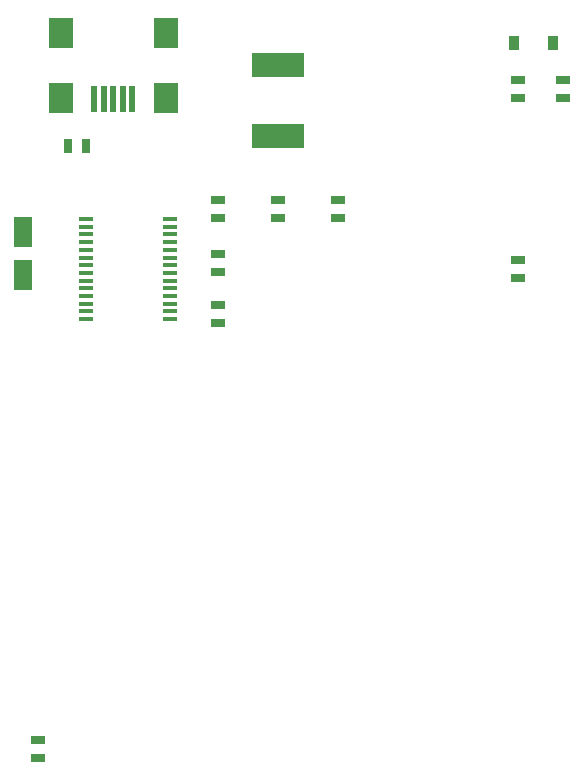
<source format=gtp>
G04 (created by PCBNEW (2013-07-07 BZR 4022)-stable) date 02/12/2014 00:26:50*
%MOIN*%
G04 Gerber Fmt 3.4, Leading zero omitted, Abs format*
%FSLAX34Y34*%
G01*
G70*
G90*
G04 APERTURE LIST*
%ADD10C,0.00590551*%
%ADD11R,0.05X0.016*%
%ADD12R,0.025X0.045*%
%ADD13R,0.045X0.025*%
%ADD14R,0.063X0.1024*%
%ADD15R,0.038X0.05*%
%ADD16R,0.0197X0.0906*%
%ADD17R,0.0787X0.0984*%
%ADD18R,0.1772X0.0787*%
G04 APERTURE END LIST*
G54D10*
G54D11*
X15100Y-18850D03*
X15100Y-19100D03*
X15100Y-19360D03*
X15100Y-19620D03*
X15100Y-19870D03*
X15100Y-20130D03*
X15100Y-20390D03*
X15100Y-20640D03*
X15100Y-20900D03*
X15100Y-21150D03*
X15100Y-21410D03*
X15100Y-21670D03*
X15100Y-21920D03*
X15100Y-22180D03*
X17900Y-22180D03*
X17900Y-21920D03*
X17900Y-21680D03*
X17900Y-21410D03*
X17900Y-21150D03*
X17900Y-20900D03*
X17900Y-20640D03*
X17900Y-20390D03*
X17900Y-20130D03*
X17900Y-19870D03*
X17900Y-19620D03*
X17900Y-19360D03*
X17900Y-19100D03*
X17900Y-18850D03*
G54D12*
X15100Y-16400D03*
X14500Y-16400D03*
G54D13*
X19500Y-18800D03*
X19500Y-18200D03*
X29500Y-20800D03*
X29500Y-20200D03*
X19500Y-20000D03*
X19500Y-20600D03*
X29500Y-14200D03*
X29500Y-14800D03*
X19500Y-22300D03*
X19500Y-21700D03*
X23500Y-18800D03*
X23500Y-18200D03*
X13500Y-36800D03*
X13500Y-36200D03*
G54D14*
X13000Y-19291D03*
X13000Y-20709D03*
G54D15*
X29360Y-12990D03*
X30650Y-12990D03*
G54D13*
X21500Y-18800D03*
X21500Y-18200D03*
G54D16*
X16630Y-14858D03*
X16315Y-14858D03*
X16000Y-14858D03*
X15685Y-14858D03*
X15370Y-14858D03*
G54D17*
X17752Y-14819D03*
X17752Y-12654D03*
X14248Y-14819D03*
X14248Y-12654D03*
G54D13*
X31000Y-14200D03*
X31000Y-14800D03*
G54D18*
X21500Y-16081D03*
X21500Y-13719D03*
M02*

</source>
